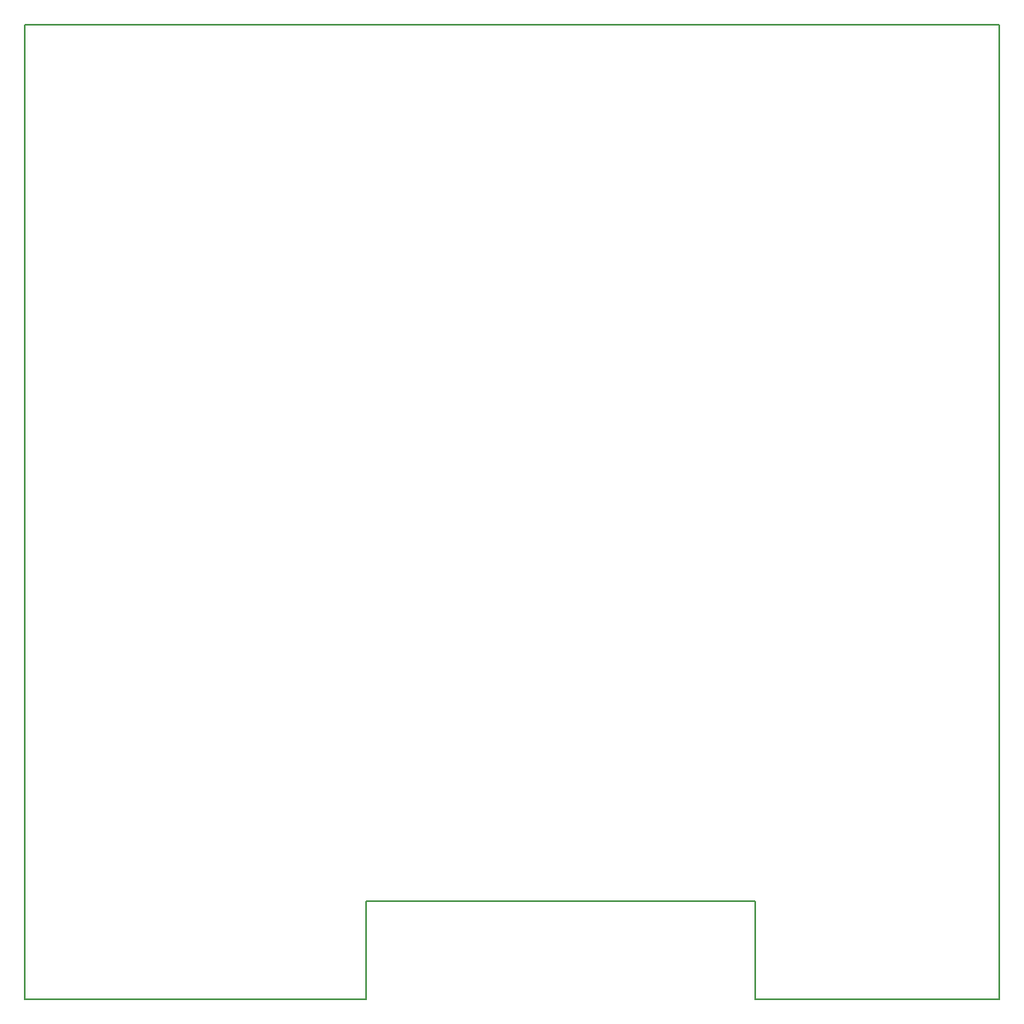
<source format=gbr>
G04 #@! TF.FileFunction,Profile,NP*
%FSLAX46Y46*%
G04 Gerber Fmt 4.6, Leading zero omitted, Abs format (unit mm)*
G04 Created by KiCad (PCBNEW 4.0.2+dfsg1-stable) date Thu 24 Aug 2017 14:35:44 CEST*
%MOMM*%
G01*
G04 APERTURE LIST*
%ADD10C,0.100000*%
%ADD11C,0.150000*%
G04 APERTURE END LIST*
D10*
D11*
X65000000Y-130000000D02*
X30000000Y-130000000D01*
X130000000Y-130000000D02*
X105000000Y-130000000D01*
X105000000Y-120000000D02*
X105000000Y-130000000D01*
X65000000Y-120000000D02*
X105000000Y-120000000D01*
X65000000Y-130000000D02*
X65000000Y-120000000D01*
X30000000Y-130000000D02*
X30000000Y-30000000D01*
X130000000Y-30000000D02*
X130000000Y-130000000D01*
X30000000Y-30000000D02*
X130000000Y-30000000D01*
M02*

</source>
